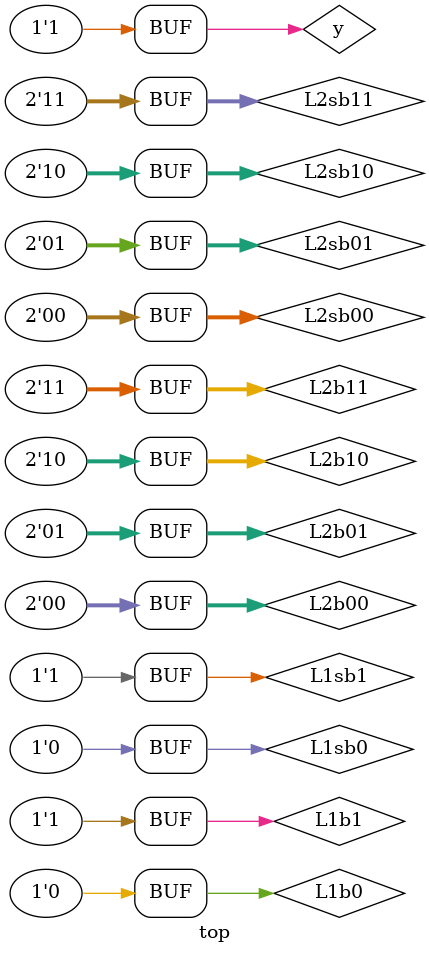
<source format=sv>
module top;
    logic L1b0 = 0;
    logic L1b1 = 1;

    logic signed L1sb0 = 0;
    logic signed L1sb1 = 1;

    logic [1:0] L2b00 = 0;
    logic [1:0] L2b01 = 1;
    logic [1:0] L2b10 = 2;
    logic [1:0] L2b11 = 3;

    logic signed [1:0] L2sb00 = 0;
    logic signed [1:0] L2sb01 = 1;
    logic signed [1:0] L2sb10 = 2;
    logic signed [1:0] L2sb11 = 3;

    logic y = 1;

    always @* begin

        assert (1'(L1b0  ) == 1'b0);
        assert (1'(L1b1  ) == 1'b1);
        assert (1'(L1sb0 ) == 1'b0);
        assert (1'(L1sb1 ) == 1'b1);
        assert (1'(L2b00 ) == 1'b0);
        assert (1'(L2b01 ) == 1'b1);
        assert (1'(L2b10 ) == 1'b0);
        assert (1'(L2b11 ) == 1'b1);
        assert (1'(L2sb00) == 1'b0);
        assert (1'(L2sb01) == 1'b1);
        assert (1'(L2sb10) == 1'b0);
        assert (1'(L2sb11) == 1'b1);

        assert (2'(L1b0  ) == 2'b00);
        assert (2'(L1b1  ) == 2'b01);
        assert (2'(L1sb0 ) == 2'b00);
        assert (2'(L1sb1 ) == 2'b11);
        assert (2'(L2b00 ) == 2'b00);
        assert (2'(L2b01 ) == 2'b01);
        assert (2'(L2b10 ) == 2'b10);
        assert (2'(L2b11 ) == 2'b11);
        assert (2'(L2sb00) == 2'b00);
        assert (2'(L2sb01) == 2'b01);
        assert (2'(L2sb10) == 2'b10);
        assert (2'(L2sb11) == 2'b11);

        assert (3'(L1b0  ) == 3'b000);
        assert (3'(L1b1  ) == 3'b001);
        assert (3'(L1sb0 ) == 3'b000);
        assert (3'(L1sb1 ) == 3'b111);
        assert (3'(L2b00 ) == 3'b000);
        assert (3'(L2b01 ) == 3'b001);
        assert (3'(L2b10 ) == 3'b010);
        assert (3'(L2b11 ) == 3'b011);
        assert (3'(L2sb00) == 3'b000);
        assert (3'(L2sb01) == 3'b001);
        assert (3'(L2sb10) == 3'b110);
        assert (3'(L2sb11) == 3'b111);

        assert (3'(L1b0   | '1) == 3'b111);
        assert (3'(L1b1   | '1) == 3'b111);
        assert (3'(L1sb0  | '1) == 3'b111);
        assert (3'(L1sb1  | '1) == 3'b111);
        assert (3'(L2b00  | '1) == 3'b111);
        assert (3'(L2b01  | '1) == 3'b111);
        assert (3'(L2b10  | '1) == 3'b111);
        assert (3'(L2b11  | '1) == 3'b111);
        assert (3'(L2sb00 | '1) == 3'b111);
        assert (3'(L2sb01 | '1) == 3'b111);
        assert (3'(L2sb10 | '1) == 3'b111);
        assert (3'(L2sb11 | '1) == 3'b111);

        assert (3'(L1b0   | '0) == 3'b000);
        assert (3'(L1b1   | '0) == 3'b001);
        assert (3'(L1sb0  | '0) == 3'b000);
        assert (3'(L1sb1  | '0) == 3'b001);
        assert (3'(L2b00  | '0) == 3'b000);
        assert (3'(L2b01  | '0) == 3'b001);
        assert (3'(L2b10  | '0) == 3'b010);
        assert (3'(L2b11  | '0) == 3'b011);
        assert (3'(L2sb00 | '0) == 3'b000);
        assert (3'(L2sb01 | '0) == 3'b001);
        assert (3'(L2sb10 | '0) == 3'b010);
        assert (3'(L2sb11 | '0) == 3'b011);

        assert (3'(y ? L1b0   : '1) == 3'b000);
        assert (3'(y ? L1b1   : '1) == 3'b001);
        assert (3'(y ? L1sb0  : '1) == 3'b000);
        assert (3'(y ? L1sb1  : '1) == 3'b001);
        assert (3'(y ? L2b00  : '1) == 3'b000);
        assert (3'(y ? L2b01  : '1) == 3'b001);
        assert (3'(y ? L2b10  : '1) == 3'b010);
        assert (3'(y ? L2b11  : '1) == 3'b011);
        assert (3'(y ? L2sb00 : '1) == 3'b000);
        assert (3'(y ? L2sb01 : '1) == 3'b001);
        assert (3'(y ? L2sb10 : '1) == 3'b010);
        assert (3'(y ? L2sb11 : '1) == 3'b011);

        assert (3'(y ? L1b0   : '0) == 3'b000);
        assert (3'(y ? L1b1   : '0) == 3'b001);
        assert (3'(y ? L1sb0  : '0) == 3'b000);
        assert (3'(y ? L1sb1  : '0) == 3'b001);
        assert (3'(y ? L2b00  : '0) == 3'b000);
        assert (3'(y ? L2b01  : '0) == 3'b001);
        assert (3'(y ? L2b10  : '0) == 3'b010);
        assert (3'(y ? L2b11  : '0) == 3'b011);
        assert (3'(y ? L2sb00 : '0) == 3'b000);
        assert (3'(y ? L2sb01 : '0) == 3'b001);
        assert (3'(y ? L2sb10 : '0) == 3'b010);
        assert (3'(y ? L2sb11 : '0) == 3'b011);

        assert (3'(y ? L1b0   : 1'sb0) == 3'b000);
        assert (3'(y ? L1b1   : 1'sb0) == 3'b001);
        assert (3'(y ? L1sb0  : 1'sb0) == 3'b000);
        assert (3'(y ? L1sb1  : 1'sb0) == 3'b111);
        assert (3'(y ? L2b00  : 1'sb0) == 3'b000);
        assert (3'(y ? L2b01  : 1'sb0) == 3'b001);
        assert (3'(y ? L2b10  : 1'sb0) == 3'b010);
        assert (3'(y ? L2b11  : 1'sb0) == 3'b011);
        assert (3'(y ? L2sb00 : 1'sb0) == 3'b000);
        assert (3'(y ? L2sb01 : 1'sb0) == 3'b001);
        assert (3'(y ? L2sb10 : 1'sb0) == 3'b110);
        assert (3'(y ? L2sb11 : 1'sb0) == 3'b111);

        assert (3'(y ? L1b0   : 1'sb1) == 3'b000);
        assert (3'(y ? L1b1   : 1'sb1) == 3'b001);
        assert (3'(y ? L1sb0  : 1'sb1) == 3'b000);
        assert (3'(y ? L1sb1  : 1'sb1) == 3'b111);
        assert (3'(y ? L2b00  : 1'sb1) == 3'b000);
        assert (3'(y ? L2b01  : 1'sb1) == 3'b001);
        assert (3'(y ? L2b10  : 1'sb1) == 3'b010);
        assert (3'(y ? L2b11  : 1'sb1) == 3'b011);
        assert (3'(y ? L2sb00 : 1'sb1) == 3'b000);
        assert (3'(y ? L2sb01 : 1'sb1) == 3'b001);
        assert (3'(y ? L2sb10 : 1'sb1) == 3'b110);
        assert (3'(y ? L2sb11 : 1'sb1) == 3'b111);

    end
endmodule

</source>
